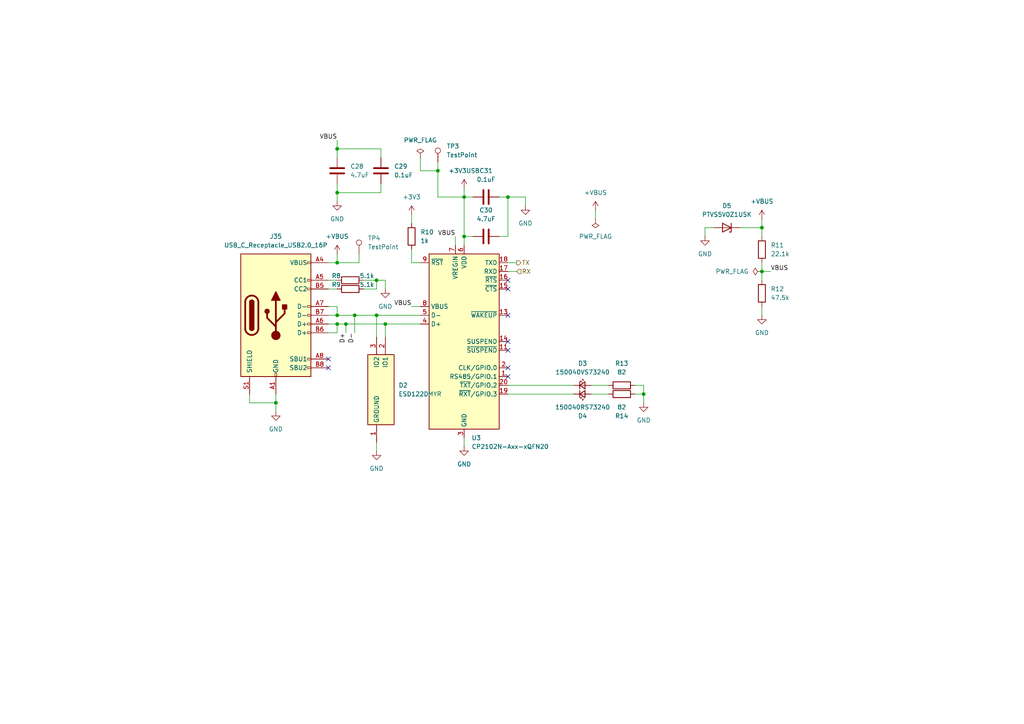
<source format=kicad_sch>
(kicad_sch (version 20250114) (generator "eeschema") (generator_version "9.0")
  (paper "A4")
  (lib_symbols
    (symbol "Connector:TestPoint" (pin_numbers (hide yes)) (pin_names (offset 0.762) (hide yes))
      (property "Reference" "TP" (at 0 6.858 0))
      (property "Value" "TestPoint" (at 0 5.08 0))
      (symbol "TestPoint_0_1"
        (circle (center 0 3.302) (radius 0.762))
      )
      (symbol "TestPoint_1_1"
        (pin passive line (at 0 0 90) (length 2.54) (name "1") (number "1"))
      )
    )
    (symbol "Connector:USB_C_Receptacle_USB2.0_16P" (pin_names (offset 1.016))
      (property "Reference" "J" (at 0 22.225 0))
      (property "Value" "USB_C_Receptacle_USB2.0_16P" (at 0 19.685 0))
      (symbol "USB_C_Receptacle_USB2.0_16P_0_0"
        (rectangle (start -0.254 -17.78) (end 0.254 -16.764))
        (rectangle (start 10.16 15.494) (end 9.144 14.986))
        (rectangle (start 10.16 10.414) (end 9.144 9.906))
        (rectangle (start 10.16 7.874) (end 9.144 7.366))
        (rectangle (start 10.16 2.794) (end 9.144 2.286))
        (rectangle (start 10.16 0.254) (end 9.144 -0.254))
        (rectangle (start 10.16 -2.286) (end 9.144 -2.794))
        (rectangle (start 10.16 -4.826) (end 9.144 -5.334))
        (rectangle (start 10.16 -12.446) (end 9.144 -12.954))
        (rectangle (start 10.16 -14.986) (end 9.144 -15.494))
      )
      (symbol "USB_C_Receptacle_USB2.0_16P_0_1"
        (rectangle (start -10.16 17.78) (end 10.16 -17.78) (stroke (width 0.254)) (fill (type background)))
        (polyline (pts (xy -8.89 -3.81) (xy -8.89 3.81)) (stroke (width 0.508)))
        (rectangle (start -7.62 -3.81) (end -6.35 3.81) (stroke (width 0.254)) (fill (type outline)))
        (arc (start -7.62 3.81) (mid -6.985 4.4423) (end -6.35 3.81) (stroke (width 0.254)))
        (arc (start -7.62 3.81) (mid -6.985 4.4423) (end -6.35 3.81) (stroke (width 0.254)) (fill (type outline)))
        (arc (start -8.89 3.81) (mid -6.985 5.7067) (end -5.08 3.81) (stroke (width 0.508)))
        (arc (start -5.08 -3.81) (mid -6.985 -5.7067) (end -8.89 -3.81) (stroke (width 0.508)))
        (arc (start -6.35 -3.81) (mid -6.985 -4.4423) (end -7.62 -3.81) (stroke (width 0.254)))
        (arc (start -6.35 -3.81) (mid -6.985 -4.4423) (end -7.62 -3.81) (stroke (width 0.254)) (fill (type outline)))
        (polyline (pts (xy -5.08 3.81) (xy -5.08 -3.81)) (stroke (width 0.508)))
        (circle (center -2.54 1.143) (radius 0.635) (stroke (width 0.254)) (fill (type outline)))
        (polyline (pts (xy -1.27 4.318) (xy 0 6.858) (xy 1.27 4.318) (xy -1.27 4.318)) (stroke (width 0.254)) (fill (type outline)))
        (polyline (pts (xy 0 -2.032) (xy 2.54 0.508) (xy 2.54 1.778)) (stroke (width 0.508)))
        (polyline (pts (xy 0 -3.302) (xy -2.54 -0.762) (xy -2.54 0.508)) (stroke (width 0.508)))
        (polyline (pts (xy 0 -5.842) (xy 0 4.318)) (stroke (width 0.508)))
        (circle (center 0 -5.842) (radius 1.27) (fill (type outline)))
        (rectangle (start 1.905 1.778) (end 3.175 3.048) (stroke (width 0.254)) (fill (type outline)))
      )
      (symbol "USB_C_Receptacle_USB2.0_16P_1_1"
        (pin passive line (at -7.62 -22.86 90) (length 5.08) (name "SHIELD") (number "S1"))
        (pin passive line (at 0 -22.86 90) (length 5.08) (name "GND") (number "A1"))
        (pin passive line (at 0 -22.86 90) (length 5.08) (hide yes) (name "GND") (number "A12"))
        (pin passive line (at 0 -22.86 90) (length 5.08) (hide yes) (name "GND") (number "B1"))
        (pin passive line (at 0 -22.86 90) (length 5.08) (hide yes) (name "GND") (number "B12"))
        (pin passive line (at 15.24 15.24 180) (length 5.08) (name "VBUS") (number "A4"))
        (pin passive line (at 15.24 15.24 180) (length 5.08) (hide yes) (name "VBUS") (number "A9"))
        (pin passive line (at 15.24 15.24 180) (length 5.08) (hide yes) (name "VBUS") (number "B4"))
        (pin passive line (at 15.24 15.24 180) (length 5.08) (hide yes) (name "VBUS") (number "B9"))
        (pin bidirectional line (at 15.24 10.16 180) (length 5.08) (name "CC1") (number "A5"))
        (pin bidirectional line (at 15.24 7.62 180) (length 5.08) (name "CC2") (number "B5"))
        (pin bidirectional line (at 15.24 2.54 180) (length 5.08) (name "D-") (number "A7"))
        (pin bidirectional line (at 15.24 0 180) (length 5.08) (name "D-") (number "B7"))
        (pin bidirectional line (at 15.24 -2.54 180) (length 5.08) (name "D+") (number "A6"))
        (pin bidirectional line (at 15.24 -5.08 180) (length 5.08) (name "D+") (number "B6"))
        (pin bidirectional line (at 15.24 -12.7 180) (length 5.08) (name "SBU1") (number "A8"))
        (pin bidirectional line (at 15.24 -15.24 180) (length 5.08) (name "SBU2") (number "B8"))
      )
    )
    (symbol "Device:C" (pin_numbers (hide yes)) (pin_names (offset 0.254))
      (property "Reference" "C" (at 0.635 2.54 0))
      (property "Value" "C" (at 0.635 -2.54 0))
      (symbol "C_0_1"
        (polyline (pts (xy -2.032 0.762) (xy 2.032 0.762)) (stroke (width 0.508)))
        (polyline (pts (xy -2.032 -0.762) (xy 2.032 -0.762)) (stroke (width 0.508)))
      )
      (symbol "C_1_1"
        (pin passive line (at 0 3.81 270) (length 2.794) (name "~") (number "1"))
        (pin passive line (at 0 -3.81 90) (length 2.794) (name "~") (number "2"))
      )
    )
    (symbol "Device:LED_Small" (pin_numbers (hide yes)) (pin_names (offset 0.254) (hide yes))
      (property "Reference" "D" (at -1.27 3.175 0))
      (property "Value" "LED_Small" (at -4.445 -2.54 0))
      (symbol "LED_Small_0_1"
        (polyline (pts (xy -0.762 -1.016) (xy -0.762 1.016)) (stroke (width 0.254)))
        (polyline (pts (xy 0 0.762) (xy -0.508 1.27) (xy -0.254 1.27) (xy -0.508 1.27) (xy -0.508 1.016)))
        (polyline (pts (xy 0.508 1.27) (xy 0 1.778) (xy 0.254 1.778) (xy 0 1.778) (xy 0 1.524)))
        (polyline (pts (xy 0.762 -1.016) (xy -0.762 0) (xy 0.762 1.016) (xy 0.762 -1.016)) (stroke (width 0.254)))
        (polyline (pts (xy 1.016 0) (xy -0.762 0)))
      )
      (symbol "LED_Small_1_1"
        (pin passive line (at -2.54 0 0) (length 1.778) (name "K") (number "1"))
        (pin passive line (at 2.54 0 180) (length 1.778) (name "A") (number "2"))
      )
    )
    (symbol "Device:R" (pin_numbers (hide yes)) (pin_names (offset 0))
      (property "Reference" "R" (at 2.032 0 90))
      (property "Value" "R" (at 0 0 90))
      (symbol "R_0_1"
        (rectangle (start -1.016 -2.54) (end 1.016 2.54) (stroke (width 0.254)))
      )
      (symbol "R_1_1"
        (pin passive line (at 0 3.81 270) (length 1.27) (name "~") (number "1"))
        (pin passive line (at 0 -3.81 90) (length 1.27) (name "~") (number "2"))
      )
    )
    (symbol "Diode:PTVS5V0Z1USK" (pin_numbers (hide yes)) (pin_names (hide yes))
      (property "Reference" "D" (at 0 2.54 0))
      (property "Value" "PTVS5V0Z1USK" (at 0 -2.54 0))
      (symbol "PTVS5V0Z1USK_0_1"
        (polyline (pts (xy -1.27 -1.27) (xy -1.27 1.27) (xy -0.762 1.27)) (stroke (width 0.254)))
        (polyline (pts (xy 1.27 0) (xy -1.27 0)))
        (polyline (pts (xy 1.27 -1.27) (xy 1.27 1.27) (xy -1.27 0) (xy 1.27 -1.27)) (stroke (width 0.254)))
      )
      (symbol "PTVS5V0Z1USK_1_1"
        (pin passive line (at -3.81 0 0) (length 2.54) (name "K") (number "1"))
        (pin passive line (at 3.81 0 180) (length 2.54) (name "A") (number "2"))
      )
    )
    (symbol "Interface_USB:CP2102N-Axx-xQFN20"
      (property "Reference" "U" (at -8.89 26.67 0))
      (property "Value" "CP2102N-Axx-xQFN20" (at 12.7 26.67 0))
      (symbol "CP2102N-Axx-xQFN20_0_1"
        (rectangle (start -10.16 25.4) (end 10.16 -25.4) (stroke (width 0.254)) (fill (type background)))
      )
      (symbol "CP2102N-Axx-xQFN20_1_1"
        (pin input line (at -12.7 22.86 0) (length 2.54) (name "~{RST}") (number "9"))
        (pin input line (at -12.7 10.16 0) (length 2.54) (name "VBUS") (number "8"))
        (pin bidirectional line (at -12.7 7.62 0) (length 2.54) (name "D-") (number "5"))
        (pin bidirectional line (at -12.7 5.08 0) (length 2.54) (name "D+") (number "4"))
        (pin no_connect line (at -10.16 -22.86 0) (length 2.54) (hide yes) (name "NC") (number "10"))
        (pin power_in line (at -2.54 27.94 270) (length 2.54) (name "VREGIN") (number "7"))
        (pin power_in line (at 0 27.94 270) (length 2.54) (name "VDD") (number "6"))
        (pin passive line (at 0 -27.94 90) (length 2.54) (hide yes) (name "GND") (number "12"))
        (pin passive line (at 0 -27.94 90) (length 2.54) (hide yes) (name "GND") (number "21"))
        (pin power_in line (at 0 -27.94 90) (length 2.54) (name "GND") (number "3"))
        (pin output line (at 12.7 22.86 180) (length 2.54) (name "TXD") (number "18"))
        (pin input line (at 12.7 20.32 180) (length 2.54) (name "RXD") (number "17"))
        (pin output line (at 12.7 17.78 180) (length 2.54) (name "~{RTS}") (number "16"))
        (pin input line (at 12.7 15.24 180) (length 2.54) (name "~{CTS}") (number "15"))
        (pin input line (at 12.7 7.62 180) (length 2.54) (name "~{WAKEUP}") (number "13"))
        (pin output line (at 12.7 0 180) (length 2.54) (name "SUSPEND") (number "14"))
        (pin output line (at 12.7 -2.54 180) (length 2.54) (name "~{SUSPEND}") (number "11"))
        (pin bidirectional line (at 12.7 -7.62 180) (length 2.54) (name "CLK/GPIO.0") (number "2"))
        (pin bidirectional line (at 12.7 -10.16 180) (length 2.54) (name "RS485/GPIO.1") (number "1"))
        (pin bidirectional line (at 12.7 -12.7 180) (length 2.54) (name "~{TXT}/GPIO.2") (number "20"))
        (pin bidirectional line (at 12.7 -15.24 180) (length 2.54) (name "~{RXT}/GPIO.3") (number "19"))
      )
    )
    (symbol "SamacSys_Parts:ESD122DMYR"
      (property "Reference" "D" (at 26.67 7.62 0))
      (property "Value" "ESD122DMYR" (at 26.67 5.08 0))
      (symbol "ESD122DMYR_1_1"
        (rectangle (start 5.08 2.54) (end 25.4 -5.08) (stroke (width 0.254)) (fill (type background)))
        (pin power_in line (at 0 0 0) (length 5.08) (name "GROUND") (number "1"))
        (pin input line (at 30.48 0 180) (length 5.08) (name "IO2") (number "3"))
        (pin input line (at 30.48 -2.54 180) (length 5.08) (name "IO1") (number "2"))
      )
    )
    (symbol "power:+3V3" (power) (pin_numbers (hide yes)) (pin_names (offset 0) (hide yes))
      (property "Value" "+3V3" (at 0 3.556 0))
      (symbol "+3V3_0_1"
        (polyline (pts (xy -0.762 1.27) (xy 0 2.54)))
        (polyline (pts (xy 0 2.54) (xy 0.762 1.27)))
        (polyline (pts (xy 0 0) (xy 0 2.54)))
      )
      (symbol "+3V3_1_1"
        (pin power_in line (at 0 0 90) (length 0) (name "~") (number "1"))
      )
    )
    (symbol "power:GND" (power) (pin_numbers (hide yes)) (pin_names (offset 0) (hide yes))
      (property "Value" "GND" (at 0 -3.81 0))
      (symbol "GND_0_1"
        (polyline (pts (xy 0 0) (xy 0 -1.27) (xy 1.27 -1.27) (xy 0 -2.54) (xy -1.27 -1.27) (xy 0 -1.27)))
      )
      (symbol "GND_1_1"
        (pin power_in line (at 0 0 270) (length 0) (name "~") (number "1"))
      )
    )
    (symbol "power:PWR_FLAG" (power) (pin_numbers (hide yes)) (pin_names (offset 0) (hide yes))
      (property "Value" "PWR_FLAG" (at 0 3.81 0))
      (symbol "PWR_FLAG_0_0"
        (pin power_out line (at 0 0 90) (length 0) (name "~") (number "1"))
      )
      (symbol "PWR_FLAG_0_1"
        (polyline (pts (xy 0 0) (xy 0 1.27) (xy -1.016 1.905) (xy 0 2.54) (xy 1.016 1.905) (xy 0 1.27)))
      )
    )
  )
  (junction (at 97.79 93.98))
  (junction (at 111.76 93.98))
  (junction (at 80.01 116.84))
  (junction (at 134.62 68.58))
  (junction (at 109.22 91.44))
  (junction (at 97.79 55.88))
  (junction (at 220.98 66.04))
  (junction (at 97.79 76.2))
  (junction (at 97.79 91.44))
  (junction (at 147.32 57.15))
  (junction (at 127 49.53))
  (junction (at 97.79 43.18))
  (junction (at 102.87 91.44))
  (junction (at 134.62 57.15))
  (junction (at 109.22 81.28))
  (junction (at 186.69 114.3))
  (junction (at 220.98 78.74))
  (junction (at 100.33 93.98))
  (no_connect (at 95.25 106.68))
  (no_connect (at 147.32 109.22))
  (no_connect (at 95.25 104.14))
  (no_connect (at 147.32 106.68))
  (no_connect (at 147.32 91.44))
  (no_connect (at 147.32 101.6))
  (no_connect (at 147.32 83.82))
  (no_connect (at 147.32 99.06))
  (no_connect (at 147.32 81.28))
  (wire (pts (xy 100.33 93.98) (xy 111.76 93.98)))
  (wire (pts (xy 132.08 68.58) (xy 132.08 71.12)))
  (wire (pts (xy 111.76 93.98) (xy 111.76 97.79)))
  (wire (pts (xy 97.79 43.18) (xy 97.79 45.72)))
  (wire (pts (xy 97.79 55.88) (xy 97.79 58.42)))
  (wire (pts (xy 95.25 93.98) (xy 97.79 93.98)))
  (wire (pts (xy 204.47 66.04) (xy 204.47 68.58)))
  (wire (pts (xy 72.39 116.84) (xy 80.01 116.84)))
  (wire (pts (xy 121.92 88.9) (xy 119.38 88.9)))
  (wire (pts (xy 147.32 78.74) (xy 149.86 78.74)))
  (wire (pts (xy 100.33 93.98) (xy 100.33 96.52)))
  (wire (pts (xy 95.25 91.44) (xy 97.79 91.44)))
  (wire (pts (xy 220.98 88.9) (xy 220.98 91.44)))
  (wire (pts (xy 220.98 76.2) (xy 220.98 78.74)))
  (wire (pts (xy 95.25 83.82) (xy 97.79 83.82)))
  (wire (pts (xy 121.92 76.2) (xy 119.38 76.2)))
  (wire (pts (xy 109.22 81.28) (xy 109.22 83.82)))
  (wire (pts (xy 214.63 66.04) (xy 220.98 66.04)))
  (wire (pts (xy 207.01 66.04) (xy 204.47 66.04)))
  (wire (pts (xy 144.78 57.15) (xy 147.32 57.15)))
  (wire (pts (xy 121.92 49.53) (xy 127 49.53)))
  (wire (pts (xy 220.98 78.74) (xy 223.52 78.74)))
  (wire (pts (xy 72.39 114.3) (xy 72.39 116.84)))
  (wire (pts (xy 95.25 76.2) (xy 97.79 76.2)))
  (wire (pts (xy 97.79 96.52) (xy 97.79 93.98)))
  (wire (pts (xy 97.79 88.9) (xy 97.79 91.44)))
  (wire (pts (xy 97.79 93.98) (xy 100.33 93.98)))
  (wire (pts (xy 95.25 96.52) (xy 97.79 96.52)))
  (wire (pts (xy 171.45 111.76) (xy 176.53 111.76)))
  (wire (pts (xy 147.32 76.2) (xy 149.86 76.2)))
  (wire (pts (xy 134.62 68.58) (xy 137.16 68.58)))
  (wire (pts (xy 109.22 81.28) (xy 111.76 81.28)))
  (wire (pts (xy 109.22 83.82) (xy 105.41 83.82)))
  (wire (pts (xy 109.22 128.27) (xy 109.22 130.81)))
  (wire (pts (xy 121.92 45.72) (xy 121.92 49.53)))
  (wire (pts (xy 127 49.53) (xy 127 57.15)))
  (wire (pts (xy 97.79 40.64) (xy 97.79 43.18)))
  (wire (pts (xy 80.01 114.3) (xy 80.01 116.84)))
  (wire (pts (xy 186.69 114.3) (xy 186.69 111.76)))
  (wire (pts (xy 147.32 111.76) (xy 166.37 111.76)))
  (wire (pts (xy 186.69 116.84) (xy 186.69 114.3)))
  (wire (pts (xy 109.22 91.44) (xy 121.92 91.44)))
  (wire (pts (xy 110.49 55.88) (xy 97.79 55.88)))
  (wire (pts (xy 147.32 57.15) (xy 147.32 68.58)))
  (wire (pts (xy 97.79 76.2) (xy 104.14 76.2)))
  (wire (pts (xy 186.69 111.76) (xy 184.15 111.76)))
  (wire (pts (xy 119.38 76.2) (xy 119.38 72.39)))
  (wire (pts (xy 184.15 114.3) (xy 186.69 114.3)))
  (wire (pts (xy 152.4 57.15) (xy 152.4 59.69)))
  (wire (pts (xy 134.62 127) (xy 134.62 129.54)))
  (wire (pts (xy 172.72 60.96) (xy 172.72 63.5)))
  (wire (pts (xy 102.87 91.44) (xy 109.22 91.44)))
  (wire (pts (xy 110.49 45.72) (xy 110.49 43.18)))
  (wire (pts (xy 119.38 62.23) (xy 119.38 64.77)))
  (wire (pts (xy 102.87 91.44) (xy 102.87 96.52)))
  (wire (pts (xy 147.32 57.15) (xy 152.4 57.15)))
  (wire (pts (xy 220.98 78.74) (xy 220.98 81.28)))
  (wire (pts (xy 105.41 81.28) (xy 109.22 81.28)))
  (wire (pts (xy 95.25 88.9) (xy 97.79 88.9)))
  (wire (pts (xy 97.79 53.34) (xy 97.79 55.88)))
  (wire (pts (xy 109.22 91.44) (xy 109.22 97.79)))
  (wire (pts (xy 171.45 114.3) (xy 176.53 114.3)))
  (wire (pts (xy 127 46.99) (xy 127 49.53)))
  (wire (pts (xy 111.76 93.98) (xy 121.92 93.98)))
  (wire (pts (xy 80.01 116.84) (xy 80.01 119.38)))
  (wire (pts (xy 220.98 63.5) (xy 220.98 66.04)))
  (wire (pts (xy 147.32 68.58) (xy 144.78 68.58)))
  (wire (pts (xy 134.62 57.15) (xy 137.16 57.15)))
  (wire (pts (xy 134.62 68.58) (xy 134.62 71.12)))
  (wire (pts (xy 97.79 91.44) (xy 102.87 91.44)))
  (wire (pts (xy 134.62 57.15) (xy 134.62 68.58)))
  (wire (pts (xy 127 57.15) (xy 134.62 57.15)))
  (wire (pts (xy 134.62 54.61) (xy 134.62 57.15)))
  (wire (pts (xy 104.14 73.66) (xy 104.14 76.2)))
  (wire (pts (xy 97.79 73.66) (xy 97.79 76.2)))
  (wire (pts (xy 97.79 43.18) (xy 110.49 43.18)))
  (wire (pts (xy 147.32 114.3) (xy 166.37 114.3)))
  (wire (pts (xy 110.49 53.34) (xy 110.49 55.88)))
  (wire (pts (xy 111.76 81.28) (xy 111.76 83.82)))
  (wire (pts (xy 220.98 66.04) (xy 220.98 68.58)))
  (wire (pts (xy 95.25 81.28) (xy 97.79 81.28)))
  (label "D+" (at 100.33 96.52 270))
  (label "VBUS" (at 119.38 88.9 180))
  (label "VBUS" (at 223.52 78.74 0))
  (label "D-" (at 102.87 96.52 270))
  (label "VBUS" (at 132.08 68.58 180))
  (label "VBUS" (at 97.79 40.64 180))
  (hierarchical_label "TX" (shape output) (at 149.86 76.2 0))
  (hierarchical_label "RX" (shape input) (at 149.86 78.74 0))
  (symbol (lib_id "Device:R") (at 180.34 114.3 90) (mirror x) (unit 1)
    (property "Reference" "R14" (at 180.34 120.65 90))
    (property "Value" "82" (at 180.34 118.11 90))
    (property "Footprint" "Resistor_SMD:R_0402_1005Metric" (effects (hide yes)))
    (property "Description" "Resistor" (effects (hide yes)))
  )
  (symbol (lib_id "Connector:USB_C_Receptacle_USB2.0_16P") (at 80.01 91.44 0) (unit 1)
    (property "Reference" "J35" (at 80.01 68.58 0))
    (property "Value" "USB_C_Receptacle_USB2.0_16P" (at 80.01 71.12 0))
    (property "Footprint" "Connector_USB:USB_C_Receptacle_G-Switch_GT-USB-7010ASV" (effects (hide yes)))
    (property "Datasheet" "https://www.usb.org/sites/default/files/documents/usb_type-c.zip" (effects (hide yes)))
    (property "Description" "USB 2.0-only 16P Type-C Receptacle connector" (effects (hide yes)))
  )
  (symbol (lib_id "Device:C") (at 97.79 49.53 0) (unit 1)
    (property "Reference" "C28" (at 101.6 48.2599 0) (effects (justify left)))
    (property "Value" "4.7uF" (at 101.6 50.7999 0) (effects (justify left)))
    (property "Footprint" "Capacitor_SMD:C_0402_1005Metric" (effects (hide yes)))
    (property "Description" "Unpolarized capacitor" (effects (hide yes)))
  )
  (symbol (lib_id "Device:R") (at 119.38 68.58 0) (unit 1)
    (property "Reference" "R10" (at 121.92 67.3099 0) (effects (justify left)))
    (property "Value" "1k" (at 121.92 69.8499 0) (effects (justify left)))
    (property "Footprint" "Resistor_SMD:R_0402_1005Metric" (effects (hide yes)))
    (property "Description" "Resistor" (effects (hide yes)))
  )
  (symbol (lib_id "power:PWR_FLAG") (at 121.92 45.72 0) (unit 1)
    (property "Reference" "#FLG011" (effects (hide yes)))
    (property "Value" "PWR_FLAG" (at 121.92 40.64 0))
    (property "Description" "Special symbol for telling ERC where power comes from" (effects (hide yes)))
  )
  (symbol (lib_id "Device:R") (at 101.6 83.82 90) (unit 1)
    (property "Reference" "R9" (at 97.536 82.55 90))
    (property "Value" "5.1k" (at 106.426 82.55 90))
    (property "Footprint" "Resistor_SMD:R_0402_1005Metric" (effects (hide yes)))
    (property "Description" "Resistor" (effects (hide yes)))
  )
  (symbol (lib_id "Device:LED_Small") (at 168.91 114.3 0) (mirror x) (unit 1)
    (property "Reference" "D4" (at 168.9735 120.65 0))
    (property "Value" "150040RS73240" (at 168.9735 118.11 0))
    (property "Footprint" "LED_SMD:LED_0402_1005Metric" (effects (hide yes)))
    (property "Description" "Light emitting diode, small symbol" (effects (hide yes)))
    (property "Sim.Pin" "1=K 2=A" (effects (hide yes)))
  )
  (symbol (lib_id "power:GND") (at 111.76 83.82 0) (unit 1)
    (property "Reference" "#PWR053" (effects (hide yes)))
    (property "Value" "GND" (at 111.76 88.9 0))
    (property "Description" "Power symbol creates a global label with name \"GND\" , ground" (effects (hide yes)))
  )
  (symbol (lib_id "power:GND") (at 186.69 116.84 0) (unit 1)
    (property "Reference" "#PWR066" (effects (hide yes)))
    (property "Value" "GND" (at 186.69 121.92 0))
    (property "Description" "Power symbol creates a global label with name \"GND\" , ground" (effects (hide yes)))
  )
  (symbol (lib_id "Diode:PTVS5V0Z1USK") (at 210.82 66.04 180) (unit 1)
    (property "Reference" "D5" (at 210.82 59.69 0))
    (property "Value" "PTVS5V0Z1USK" (at 210.82 62.23 0))
    (property "Footprint" "Diode_SMD:Nexperia_DSN1608-2_1.6x0.8mm" (effects (hide yes)))
    (property "Datasheet" "https://assets.nexperia.com/documents/data-sheet/PTVS5V0Z1USK.pdf" (effects (hide yes)))
    (property "Description" "5V, 1200W TVS unidirectional diode, DSN1608-2" (effects (hide yes)))
  )
  (symbol (lib_id "SamacSys_Parts:ESD122DMYR") (at 109.22 128.27 90) (unit 1)
    (property "Reference" "D2" (at 115.57 111.7599 90) (effects (justify right)))
    (property "Value" "ESD122DMYR" (at 115.57 114.2999 90) (effects (justify right)))
    (property "Footprint" "SamacSys_Parts:ESD122DMYR" (effects (hide yes)))
    (property "Datasheet" "http://www.ti.com/lit/ds/symlink/esd122.pdf" (effects (hide yes)))
    (property "Description" "2-Channel ESD Protection Diode for USB Type-C and HDMI 2.0" (effects (hide yes)))
    (property "Height" "0.4" (effects (hide yes)))
    (property "Mouser Part Number" "595-ESD122DMYR" (effects (hide yes)))
    (property "Mouser Price/Stock" "https://www.mouser.co.uk/ProductDetail/Texas-Instruments/ESD122DMYR?qs=gt1LBUVyoHmaYVD%2FzEv1ew%3D%3D" (effects (hide yes)))
    (property "Manufacturer_Name" "Texas Instruments" (effects (hide yes)))
    (property "Manufacturer_Part_Number" "ESD122DMYR" (effects (hide yes)))
  )
  (symbol (lib_id "power:GND") (at 80.01 119.38 0) (unit 1)
    (property "Reference" "#PWR050" (effects (hide yes)))
    (property "Value" "GND" (at 80.01 124.46 0))
    (property "Description" "Power symbol creates a global label with name \"GND\" , ground" (effects (hide yes)))
  )
  (symbol (lib_id "power:GND") (at 97.79 58.42 0) (unit 1)
    (property "Reference" "#PWR055" (effects (hide yes)))
    (property "Value" "GND" (at 97.79 63.5 0))
    (property "Description" "Power symbol creates a global label with name \"GND\" , ground" (effects (hide yes)))
  )
  (symbol (lib_id "Connector:TestPoint") (at 127 46.99 0) (unit 1)
    (property "Reference" "TP3" (at 129.54 42.4179 0) (effects (justify left)))
    (property "Value" "TestPoint" (at 129.54 44.9579 0) (effects (justify left)))
    (property "Footprint" "TestPoint:TestPoint_THTPad_D1.0mm_Drill0.5mm" (effects (hide yes)))
    (property "Description" "test point" (effects (hide yes)))
  )
  (symbol (lib_id "Device:LED_Small") (at 168.91 111.76 0) (unit 1)
    (property "Reference" "D3" (at 168.9735 105.41 0))
    (property "Value" "150040VS73240" (at 168.9735 107.95 0))
    (property "Footprint" "LED_SMD:LED_0402_1005Metric" (effects (hide yes)))
    (property "Description" "Light emitting diode, small symbol" (effects (hide yes)))
    (property "Sim.Pin" "1=K 2=A" (effects (hide yes)))
  )
  (symbol (lib_id "Device:R") (at 220.98 85.09 0) (unit 1)
    (property "Reference" "R12" (at 223.52 83.8199 0) (effects (justify left)))
    (property "Value" "47.5k" (at 223.52 86.3599 0) (effects (justify left)))
    (property "Footprint" "Resistor_SMD:R_0402_1005Metric" (effects (hide yes)))
    (property "Description" "Resistor" (effects (hide yes)))
  )
  (symbol (lib_id "power:GND") (at 152.4 59.69 0) (unit 1)
    (property "Reference" "#PWR056" (effects (hide yes)))
    (property "Value" "GND" (at 152.4 64.77 0))
    (property "Description" "Power symbol creates a global label with name \"GND\" , ground" (effects (hide yes)))
  )
  (symbol (lib_id "Device:C") (at 110.49 49.53 0) (unit 1)
    (property "Reference" "C29" (at 114.3 48.2599 0) (effects (justify left)))
    (property "Value" "0.1uF" (at 114.3 50.7999 0) (effects (justify left)))
    (property "Footprint" "Capacitor_SMD:C_0402_1005Metric" (effects (hide yes)))
    (property "Description" "Unpolarized capacitor" (effects (hide yes)))
  )
  (symbol (lib_id "power:+3V3") (at 220.98 63.5 0) (unit 1)
    (property "Reference" "#PWR062" (effects (hide yes)))
    (property "Value" "+VBUS" (at 220.98 58.42 0))
    (property "Description" "Power symbol creates a global label with name \"+3V3\"" (effects (hide yes)))
  )
  (symbol (lib_id "power:+3V3") (at 172.72 60.96 0) (unit 1)
    (property "Reference" "#PWR094" (effects (hide yes)))
    (property "Value" "+VBUS" (at 172.72 55.88 0))
    (property "Description" "Power symbol creates a global label with name \"+3V3\"" (effects (hide yes)))
  )
  (symbol (lib_id "power:GND") (at 109.22 130.81 0) (unit 1)
    (property "Reference" "#PWR052" (effects (hide yes)))
    (property "Value" "GND" (at 109.22 135.89 0))
    (property "Description" "Power symbol creates a global label with name \"GND\" , ground" (effects (hide yes)))
  )
  (symbol (lib_id "power:GND") (at 204.47 68.58 0) (unit 1)
    (property "Reference" "#PWR064" (effects (hide yes)))
    (property "Value" "GND" (at 204.47 73.66 0))
    (property "Description" "Power symbol creates a global label with name \"GND\" , ground" (effects (hide yes)))
  )
  (symbol (lib_id "power:PWR_FLAG") (at 220.98 78.74 90) (unit 1)
    (property "Reference" "#FLG012" (effects (hide yes)))
    (property "Value" "PWR_FLAG" (at 217.17 78.7399 90) (effects (justify left)))
    (property "Description" "Special symbol for telling ERC where power comes from" (effects (hide yes)))
  )
  (symbol (lib_id "Interface_USB:CP2102N-Axx-xQFN20") (at 134.62 99.06 0) (unit 1)
    (property "Reference" "U3" (at 136.7633 127 0) (effects (justify left)))
    (property "Value" "CP2102N-Axx-xQFN20" (at 136.7633 129.54 0) (effects (justify left)))
    (property "Footprint" "Package_DFN_QFN:SiliconLabs_QFN-20-1EP_3x3mm_P0.5mm_EP1.8x1.8mm" (effects (hide yes)))
    (property "Datasheet" "https://www.silabs.com/documents/public/data-sheets/cp2102n-datasheet.pdf" (effects (hide yes)))
    (property "Description" "USB to UART master bridge, QFN-20" (effects (hide yes)))
  )
  (symbol (lib_id "Connector:TestPoint") (at 104.14 73.66 0) (unit 1)
    (property "Reference" "TP4" (at 106.68 69.0879 0) (effects (justify left)))
    (property "Value" "TestPoint" (at 106.68 71.6279 0) (effects (justify left)))
    (property "Footprint" "TestPoint:TestPoint_THTPad_D1.0mm_Drill0.5mm" (effects (hide yes)))
    (property "Description" "test point" (effects (hide yes)))
  )
  (symbol (lib_id "power:+3V3") (at 97.79 73.66 0) (unit 1)
    (property "Reference" "#PWR061" (effects (hide yes)))
    (property "Value" "+VBUS" (at 97.79 68.58 0))
    (property "Description" "Power symbol creates a global label with name \"+3V3\"" (effects (hide yes)))
  )
  (symbol (lib_id "power:+3V3") (at 134.62 54.61 0) (unit 1)
    (property "Reference" "#PWR057" (effects (hide yes)))
    (property "Value" "+3V3USB" (at 134.62 49.53 0))
    (property "Description" "Power symbol creates a global label with name \"+3V3\"" (effects (hide yes)))
  )
  (symbol (lib_id "Device:R") (at 220.98 72.39 0) (unit 1)
    (property "Reference" "R11" (at 223.52 71.1199 0) (effects (justify left)))
    (property "Value" "22.1k" (at 223.52 73.6599 0) (effects (justify left)))
    (property "Footprint" "Resistor_SMD:R_0402_1005Metric" (effects (hide yes)))
    (property "Description" "Resistor" (effects (hide yes)))
  )
  (symbol (lib_id "Device:C") (at 140.97 57.15 90) (unit 1)
    (property "Reference" "C31" (at 140.97 49.53 90))
    (property "Value" "0.1uF" (at 140.97 52.07 90))
    (property "Footprint" "Capacitor_SMD:C_0402_1005Metric" (effects (hide yes)))
    (property "Description" "Unpolarized capacitor" (effects (hide yes)))
  )
  (symbol (lib_id "Device:R") (at 101.6 81.28 90) (unit 1)
    (property "Reference" "R8" (at 97.536 80.01 90))
    (property "Value" "5.1k" (at 106.426 80.01 90))
    (property "Footprint" "Resistor_SMD:R_0402_1005Metric" (effects (hide yes)))
    (property "Description" "Resistor" (effects (hide yes)))
  )
  (symbol (lib_id "Device:C") (at 140.97 68.58 90) (unit 1)
    (property "Reference" "C30" (at 140.97 60.96 90))
    (property "Value" "4.7uF" (at 140.97 63.5 90))
    (property "Footprint" "Capacitor_SMD:C_0402_1005Metric" (effects (hide yes)))
    (property "Description" "Unpolarized capacitor" (effects (hide yes)))
  )
  (symbol (lib_id "power:PWR_FLAG") (at 172.72 63.5 180) (unit 1)
    (property "Reference" "#FLG010" (effects (hide yes)))
    (property "Value" "PWR_FLAG" (at 172.72 68.58 0))
    (property "Description" "Special symbol for telling ERC where power comes from" (effects (hide yes)))
  )
  (symbol (lib_id "power:+3V3") (at 119.38 62.23 0) (unit 1)
    (property "Reference" "#PWR054" (effects (hide yes)))
    (property "Value" "+3V3" (at 119.38 57.15 0))
    (property "Description" "Power symbol creates a global label with name \"+3V3\"" (effects (hide yes)))
  )
  (symbol (lib_id "power:GND") (at 220.98 91.44 0) (unit 1)
    (property "Reference" "#PWR063" (effects (hide yes)))
    (property "Value" "GND" (at 220.98 96.52 0))
    (property "Description" "Power symbol creates a global label with name \"GND\" , ground" (effects (hide yes)))
  )
  (symbol (lib_id "Device:R") (at 180.34 111.76 90) (unit 1)
    (property "Reference" "R13" (at 180.34 105.41 90))
    (property "Value" "82" (at 180.34 107.95 90))
    (property "Footprint" "Resistor_SMD:R_0402_1005Metric" (effects (hide yes)))
    (property "Description" "Resistor" (effects (hide yes)))
  )
  (symbol (lib_id "power:GND") (at 134.62 129.54 0) (unit 1)
    (property "Reference" "#PWR051" (effects (hide yes)))
    (property "Value" "GND" (at 134.62 134.62 0))
    (property "Description" "Power symbol creates a global label with name \"GND\" , ground" (effects (hide yes)))
  )
)
</source>
